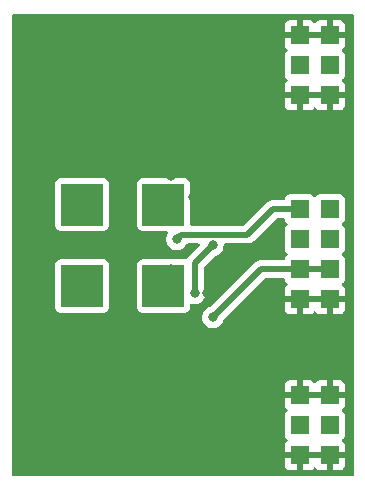
<source format=gbr>
%TF.GenerationSoftware,KiCad,Pcbnew,7.0.5.1-1-g8f565ef7f0-dirty-deb11*%
%TF.CreationDate,2023-07-20T11:52:23+00:00*%
%TF.ProjectId,SIPM02,5349504d-3032-42e6-9b69-6361645f7063,rev?*%
%TF.SameCoordinates,Original*%
%TF.FileFunction,Copper,L1,Top*%
%TF.FilePolarity,Positive*%
%FSLAX46Y46*%
G04 Gerber Fmt 4.6, Leading zero omitted, Abs format (unit mm)*
G04 Created by KiCad (PCBNEW 7.0.5.1-1-g8f565ef7f0-dirty-deb11) date 2023-07-20 11:52:23*
%MOMM*%
%LPD*%
G01*
G04 APERTURE LIST*
G04 Aperture macros list*
%AMOutline4P*
0 Free polygon, 4 corners , with rotation*
0 The origin of the aperture is its center*
0 number of corners: always 4*
0 $1 to $8 corner X, Y*
0 $9 Rotation angle, in degrees counterclockwise*
0 create outline with 4 corners*
4,1,4,$1,$2,$3,$4,$5,$6,$7,$8,$1,$2,$9*%
G04 Aperture macros list end*
%TA.AperFunction,ComponentPad*%
%ADD10C,6.000000*%
%TD*%
%TA.AperFunction,ComponentPad*%
%ADD11R,1.524000X1.524000*%
%TD*%
%TA.AperFunction,SMDPad,CuDef*%
%ADD12Outline4P,-1.750000X-1.750000X1.750000X-1.750000X1.750000X1.750000X-1.750000X1.750000X0.000000*%
%TD*%
%TA.AperFunction,SMDPad,CuDef*%
%ADD13Outline4P,-1.750000X-1.750000X1.750000X-1.750000X1.750000X1.750000X-1.750000X1.750000X90.000000*%
%TD*%
%TA.AperFunction,SMDPad,CuDef*%
%ADD14Outline4P,-1.750000X-1.750000X1.750000X-1.750000X1.750000X1.750000X-1.750000X1.750000X180.000000*%
%TD*%
%TA.AperFunction,SMDPad,CuDef*%
%ADD15Outline4P,-1.750000X-1.750000X1.750000X-1.750000X1.750000X1.750000X-1.750000X1.750000X270.000000*%
%TD*%
%TA.AperFunction,ViaPad*%
%ADD16C,0.800000*%
%TD*%
%TA.AperFunction,Conductor*%
%ADD17C,0.500000*%
%TD*%
%TA.AperFunction,Conductor*%
%ADD18C,0.400000*%
%TD*%
G04 APERTURE END LIST*
D10*
%TO.P,M2,1*%
%TO.N,GND*%
X5207000Y5080000D03*
%TD*%
%TO.P,M3,1*%
%TO.N,GND*%
X5207000Y35560000D03*
%TD*%
D11*
%TO.P,J10,1*%
%TO.N,/#PD*%
X25273000Y20828000D03*
%TO.P,J10,2*%
X27813000Y20828000D03*
%TD*%
%TO.P,J8,1*%
%TO.N,/OUT*%
X25273000Y18288000D03*
%TO.P,J8,2*%
X27813000Y18288000D03*
%TD*%
%TO.P,J4,1*%
%TO.N,GND*%
X25273000Y2540000D03*
%TO.P,J4,2*%
X27813000Y2540000D03*
%TD*%
%TO.P,J9,1*%
%TO.N,GND*%
X25273000Y15748000D03*
%TO.P,J9,2*%
X27813000Y15748000D03*
%TD*%
D12*
%TO.P,U1,1,A*%
%TO.N,Net-(C10-Pad2)*%
X6837000Y16870000D03*
D13*
%TO.P,U1,2,FO*%
%TO.N,Net-(R6-Pad1)*%
X13737000Y16870000D03*
D14*
%TO.P,U1,3,K*%
%TO.N,Net-(C6-Pad1)*%
X13737000Y23770000D03*
D15*
%TO.P,U1,4,NC*%
%TO.N,unconnected-(U1-Pad4)*%
X6837000Y23770000D03*
%TD*%
D11*
%TO.P,J1,1*%
%TO.N,GND*%
X25273000Y33020000D03*
%TO.P,J1,2*%
X27813000Y33020000D03*
%TD*%
%TO.P,J2,1*%
%TO.N,+28V*%
X25273000Y35560000D03*
%TO.P,J2,2*%
X27813000Y35560000D03*
%TD*%
%TO.P,J3,1*%
%TO.N,GND*%
X25273000Y38100000D03*
%TO.P,J3,2*%
X27813000Y38100000D03*
%TD*%
%TO.P,J5,1*%
%TO.N,/+3V6*%
X27813000Y5080000D03*
%TO.P,J5,2*%
X25273000Y5080000D03*
%TD*%
%TO.P,J6,1*%
%TO.N,GND*%
X27813000Y7620000D03*
%TO.P,J6,2*%
X25273000Y7620000D03*
%TD*%
%TO.P,J7,1*%
%TO.N,/DIRECT_OUT*%
X25273000Y23368000D03*
%TO.P,J7,2*%
X27813000Y23368000D03*
%TD*%
D10*
%TO.P,M1,1*%
%TO.N,GND*%
X15367000Y5080000D03*
%TD*%
%TO.P,M4,1*%
%TO.N,GND*%
X15367000Y35560000D03*
%TD*%
D16*
%TO.N,GND*%
X6096000Y26670000D03*
X7239000Y28448000D03*
X12827000Y11684000D03*
X16256000Y24384000D03*
X9271000Y33020000D03*
X10287000Y10160000D03*
X12065000Y27940000D03*
X10795000Y33020000D03*
X8763000Y13208000D03*
X20955000Y38100000D03*
X28067000Y25908000D03*
X22987000Y16256000D03*
X18415000Y23368000D03*
X7239000Y30988000D03*
X14351000Y26162000D03*
X10287000Y13208000D03*
X26035000Y13208000D03*
X11430000Y28956000D03*
X27559000Y13208000D03*
X16383000Y23368000D03*
X17399000Y16284502D03*
X26035000Y25908000D03*
X22987000Y13208000D03*
X7239000Y29464000D03*
X22987000Y14732000D03*
X20447000Y19812000D03*
X28067000Y27432000D03*
X24511000Y13208000D03*
X16383000Y22352000D03*
X7239000Y10160000D03*
X5715000Y10160000D03*
X6096000Y27813000D03*
X8763000Y10160000D03*
X22987000Y38100000D03*
X12446000Y28956000D03*
X26035000Y27432000D03*
X11811000Y10160000D03*
X13335000Y10160000D03*
X7239000Y27432000D03*
X28067000Y29464000D03*
X28067000Y30988000D03*
X26035000Y30988000D03*
X19431000Y36068000D03*
X7239000Y26543000D03*
X19431000Y34544000D03*
X19431000Y32512000D03*
X26035000Y29464000D03*
X19939000Y23368000D03*
X19431000Y38100000D03*
%TO.N,Net-(C6-Pad1)*%
X12827000Y24892000D03*
%TO.N,/DIRECT_OUT*%
X14859000Y20828000D03*
%TO.N,Net-(C10-Pad2)*%
X7747000Y15748000D03*
%TO.N,/OUT*%
X17907000Y14224000D03*
%TO.N,Net-(R6-Pad1)*%
X14351000Y18288000D03*
%TO.N,Net-(R10-Pad1)*%
X17907000Y20320000D03*
X16383000Y16256000D03*
%TD*%
D17*
%TO.N,GND*%
X7239000Y27432000D02*
X7239000Y26543000D01*
X19939000Y23368000D02*
X18415000Y23368000D01*
X10287000Y10160000D02*
X8763000Y10160000D01*
X19431000Y36068000D02*
X19431000Y38100000D01*
X7239000Y29464000D02*
X7239000Y30988000D01*
X19431000Y32512000D02*
X19431000Y34544000D01*
X7239000Y10160000D02*
X5715000Y10160000D01*
X22987000Y13208000D02*
X22987000Y14732000D01*
X13335000Y10160000D02*
X11811000Y10160000D01*
X27559000Y13208000D02*
X26035000Y13208000D01*
D18*
%TO.N,Net-(C6-Pad1)*%
X13137000Y24582000D02*
X12827000Y24892000D01*
X13137000Y23320000D02*
X13137000Y24582000D01*
D17*
%TO.N,/DIRECT_OUT*%
X22987000Y23368000D02*
X25273000Y23368000D01*
X14859000Y20828000D02*
X15258999Y21227999D01*
X20846999Y21227999D02*
X22987000Y23368000D01*
X15258999Y21227999D02*
X20846999Y21227999D01*
%TO.N,Net-(C10-Pad2)*%
X7437000Y16058000D02*
X7747000Y15748000D01*
X7437000Y17320000D02*
X7437000Y16058000D01*
%TO.N,/OUT*%
X17907000Y14224000D02*
X21971000Y18288000D01*
X25273000Y18288000D02*
X27813000Y18288000D01*
X21971000Y18288000D02*
X25273000Y18288000D01*
%TO.N,Net-(R6-Pad1)*%
X13533000Y17470000D02*
X14351000Y18288000D01*
X13287000Y17470000D02*
X13533000Y17470000D01*
%TO.N,Net-(R10-Pad1)*%
X16383000Y16256000D02*
X16383000Y18796000D01*
X16383000Y18796000D02*
X17907000Y20320000D01*
%TD*%
%TA.AperFunction,Conductor*%
%TO.N,GND*%
G36*
X27394553Y2704228D02*
G01*
X27364736Y2573593D01*
X27374749Y2439972D01*
X27423703Y2315240D01*
X27447021Y2286000D01*
X25639618Y2286000D01*
X25691447Y2375772D01*
X25721264Y2506407D01*
X25711251Y2640028D01*
X25662297Y2764760D01*
X25638979Y2794000D01*
X27446382Y2794000D01*
X27394553Y2704228D01*
G37*
%TD.AperFunction*%
%TA.AperFunction,Conductor*%
G36*
X27394553Y7784228D02*
G01*
X27364736Y7653593D01*
X27374749Y7519972D01*
X27423703Y7395240D01*
X27447021Y7366000D01*
X25639618Y7366000D01*
X25691447Y7455772D01*
X25721264Y7586407D01*
X25711251Y7720028D01*
X25662297Y7844760D01*
X25638979Y7874000D01*
X27446382Y7874000D01*
X27394553Y7784228D01*
G37*
%TD.AperFunction*%
%TA.AperFunction,Conductor*%
G36*
X27394553Y15912228D02*
G01*
X27364736Y15781593D01*
X27374749Y15647972D01*
X27423703Y15523240D01*
X27447021Y15494000D01*
X25639618Y15494000D01*
X25691447Y15583772D01*
X25721264Y15714407D01*
X25711251Y15848028D01*
X25662297Y15972760D01*
X25638979Y16002000D01*
X27446382Y16002000D01*
X27394553Y15912228D01*
G37*
%TD.AperFunction*%
%TA.AperFunction,Conductor*%
G36*
X27394553Y33184228D02*
G01*
X27364736Y33053593D01*
X27374749Y32919972D01*
X27423703Y32795240D01*
X27447021Y32766000D01*
X25639618Y32766000D01*
X25691447Y32855772D01*
X25721264Y32986407D01*
X25711251Y33120028D01*
X25662297Y33244760D01*
X25638979Y33274000D01*
X27446382Y33274000D01*
X27394553Y33184228D01*
G37*
%TD.AperFunction*%
%TA.AperFunction,Conductor*%
G36*
X27394553Y38264228D02*
G01*
X27364736Y38133593D01*
X27374749Y37999972D01*
X27423703Y37875240D01*
X27447021Y37846000D01*
X25639618Y37846000D01*
X25691447Y37935772D01*
X25721264Y38066407D01*
X25711251Y38200028D01*
X25662297Y38324760D01*
X25638979Y38354000D01*
X27446382Y38354000D01*
X27394553Y38264228D01*
G37*
%TD.AperFunction*%
%TA.AperFunction,Conductor*%
G36*
X29794621Y39865498D02*
G01*
X29841114Y39811842D01*
X29852500Y39759500D01*
X29852500Y880500D01*
X29832498Y812379D01*
X29778842Y765886D01*
X29726500Y754500D01*
X1007500Y754500D01*
X939379Y774502D01*
X892886Y828158D01*
X881500Y880500D01*
X881500Y4269350D01*
X24002500Y4269350D01*
X24009009Y4208803D01*
X24009011Y4208795D01*
X24060110Y4071797D01*
X24060112Y4071792D01*
X24147738Y3954739D01*
X24206761Y3910554D01*
X24249306Y3853717D01*
X24254370Y3782902D01*
X24220344Y3720590D01*
X24206759Y3708819D01*
X24148095Y3664904D01*
X24060555Y3547965D01*
X24060555Y3547964D01*
X24009505Y3411093D01*
X24003000Y3350597D01*
X24003000Y2794000D01*
X24906382Y2794000D01*
X24854553Y2704228D01*
X24824736Y2573593D01*
X24834749Y2439972D01*
X24883703Y2315240D01*
X24907021Y2286000D01*
X24003000Y2286000D01*
X24003000Y1729402D01*
X24009505Y1668906D01*
X24060555Y1532035D01*
X24060555Y1532034D01*
X24148095Y1415095D01*
X24265034Y1327555D01*
X24401906Y1276505D01*
X24462402Y1270000D01*
X25019000Y1270000D01*
X25019000Y2175194D01*
X25077960Y2134996D01*
X25206002Y2095500D01*
X25306312Y2095500D01*
X25405499Y2110450D01*
X25526224Y2168588D01*
X25527000Y2169308D01*
X25527000Y1270000D01*
X26083597Y1270000D01*
X26144093Y1276505D01*
X26280964Y1327555D01*
X26280965Y1327555D01*
X26397902Y1415094D01*
X26442132Y1474177D01*
X26498969Y1516723D01*
X26569784Y1521787D01*
X26632096Y1487762D01*
X26643868Y1474177D01*
X26688097Y1415094D01*
X26805034Y1327555D01*
X26941906Y1276505D01*
X27002402Y1270000D01*
X27559000Y1270000D01*
X27559000Y2175194D01*
X27617960Y2134996D01*
X27746002Y2095500D01*
X27846312Y2095500D01*
X27945499Y2110450D01*
X28066224Y2168588D01*
X28067000Y2169308D01*
X28067000Y1270000D01*
X28623597Y1270000D01*
X28684093Y1276505D01*
X28820964Y1327555D01*
X28820965Y1327555D01*
X28937904Y1415095D01*
X29025444Y1532034D01*
X29025444Y1532035D01*
X29076494Y1668906D01*
X29082999Y1729402D01*
X29083000Y1729414D01*
X29083000Y2286000D01*
X28179618Y2286000D01*
X28231447Y2375772D01*
X28261264Y2506407D01*
X28251251Y2640028D01*
X28202297Y2764760D01*
X28178979Y2794000D01*
X29083000Y2794000D01*
X29083000Y3350585D01*
X29082999Y3350597D01*
X29076494Y3411093D01*
X29025444Y3547964D01*
X29025444Y3547965D01*
X28937904Y3664903D01*
X28879241Y3708818D01*
X28836694Y3765654D01*
X28831628Y3836469D01*
X28865653Y3898782D01*
X28879239Y3910554D01*
X28938260Y3954738D01*
X28938262Y3954740D01*
X28982132Y4013343D01*
X29025887Y4071792D01*
X29025889Y4071797D01*
X29076988Y4208795D01*
X29076990Y4208803D01*
X29083499Y4269350D01*
X29083500Y4269367D01*
X29083500Y5890632D01*
X29083499Y5890649D01*
X29076990Y5951196D01*
X29076988Y5951204D01*
X29069960Y5970045D01*
X29025889Y6088204D01*
X28938261Y6205261D01*
X28879240Y6249444D01*
X28836693Y6306280D01*
X28831629Y6377095D01*
X28865654Y6439408D01*
X28879240Y6451180D01*
X28937904Y6495095D01*
X29025444Y6612034D01*
X29025444Y6612035D01*
X29076494Y6748906D01*
X29082999Y6809402D01*
X29083000Y6809414D01*
X29083000Y7366000D01*
X28179618Y7366000D01*
X28231447Y7455772D01*
X28261264Y7586407D01*
X28251251Y7720028D01*
X28202297Y7844760D01*
X28178979Y7874000D01*
X29083000Y7874000D01*
X29083000Y8430585D01*
X29082999Y8430597D01*
X29076494Y8491093D01*
X29025444Y8627964D01*
X29025444Y8627965D01*
X28937904Y8744904D01*
X28820965Y8832444D01*
X28684093Y8883494D01*
X28623597Y8889999D01*
X28623585Y8890000D01*
X28067000Y8890000D01*
X28067000Y7984805D01*
X28008040Y8025004D01*
X27879998Y8064500D01*
X27779688Y8064500D01*
X27680501Y8049550D01*
X27559776Y7991412D01*
X27559000Y7990691D01*
X27559000Y8890000D01*
X27002415Y8890000D01*
X27002402Y8889999D01*
X26941906Y8883494D01*
X26805035Y8832444D01*
X26805034Y8832444D01*
X26688095Y8744904D01*
X26643868Y8685823D01*
X26587032Y8643276D01*
X26516217Y8638212D01*
X26453904Y8672237D01*
X26442132Y8685823D01*
X26397904Y8744904D01*
X26280965Y8832444D01*
X26144093Y8883494D01*
X26083597Y8889999D01*
X26083585Y8890000D01*
X25527000Y8890000D01*
X25527000Y7984805D01*
X25468040Y8025004D01*
X25339998Y8064500D01*
X25239688Y8064500D01*
X25140501Y8049550D01*
X25019776Y7991412D01*
X25019000Y7990691D01*
X25019000Y8890000D01*
X24462415Y8890000D01*
X24462402Y8889999D01*
X24401906Y8883494D01*
X24265035Y8832444D01*
X24265034Y8832444D01*
X24148095Y8744904D01*
X24060555Y8627965D01*
X24060555Y8627964D01*
X24009505Y8491093D01*
X24003000Y8430597D01*
X24003000Y7874000D01*
X24906382Y7874000D01*
X24854553Y7784228D01*
X24824736Y7653593D01*
X24834749Y7519972D01*
X24883703Y7395240D01*
X24907021Y7366000D01*
X24003000Y7366000D01*
X24003000Y6809402D01*
X24009505Y6748906D01*
X24060555Y6612035D01*
X24060555Y6612034D01*
X24148096Y6495095D01*
X24206760Y6451179D01*
X24249306Y6394343D01*
X24254370Y6323527D01*
X24220345Y6261216D01*
X24206760Y6249444D01*
X24147739Y6205261D01*
X24147738Y6205259D01*
X24147737Y6205259D01*
X24060112Y6088207D01*
X24060110Y6088202D01*
X24009011Y5951204D01*
X24009009Y5951196D01*
X24002500Y5890649D01*
X24002500Y4269350D01*
X881500Y4269350D01*
X881500Y15071350D01*
X4578500Y15071350D01*
X4585009Y15010803D01*
X4585011Y15010795D01*
X4636110Y14873797D01*
X4636112Y14873792D01*
X4723738Y14756738D01*
X4840792Y14669112D01*
X4840797Y14669110D01*
X4977795Y14618011D01*
X4977803Y14618009D01*
X5038350Y14611500D01*
X5038362Y14611500D01*
X8635649Y14611500D01*
X8696196Y14618009D01*
X8696204Y14618011D01*
X8833202Y14669110D01*
X8833207Y14669112D01*
X8950261Y14756738D01*
X9037887Y14873792D01*
X9037889Y14873797D01*
X9048732Y14902866D01*
X9088989Y15010799D01*
X9088990Y15010803D01*
X9095499Y15071350D01*
X11478500Y15071350D01*
X11485009Y15010803D01*
X11485011Y15010795D01*
X11536110Y14873797D01*
X11536112Y14873792D01*
X11623738Y14756738D01*
X11740792Y14669112D01*
X11740797Y14669110D01*
X11877795Y14618011D01*
X11877803Y14618009D01*
X11938350Y14611500D01*
X11938362Y14611500D01*
X15535649Y14611500D01*
X15596196Y14618009D01*
X15596204Y14618011D01*
X15733202Y14669110D01*
X15733207Y14669112D01*
X15850261Y14756738D01*
X15937887Y14873792D01*
X15937889Y14873797D01*
X15948732Y14902866D01*
X15988989Y15010799D01*
X15988990Y15010803D01*
X15995499Y15071350D01*
X15995499Y15071352D01*
X15995500Y15071362D01*
X15995499Y15253974D01*
X16015501Y15322092D01*
X16069156Y15368585D01*
X16139430Y15378690D01*
X16147696Y15377219D01*
X16287513Y15347500D01*
X16478487Y15347500D01*
X16665288Y15387206D01*
X16839752Y15464882D01*
X16994255Y15577135D01*
X17122034Y15719048D01*
X17122041Y15719058D01*
X17196502Y15848028D01*
X17217527Y15884444D01*
X17276542Y16066072D01*
X17296504Y16256000D01*
X17276542Y16445928D01*
X17217527Y16627556D01*
X17158380Y16730000D01*
X17141500Y16792999D01*
X17141500Y18429629D01*
X17161502Y18497750D01*
X17178405Y18518724D01*
X18063331Y19403650D01*
X18125643Y19437676D01*
X18126227Y19437801D01*
X18189288Y19451206D01*
X18363752Y19528882D01*
X18518255Y19641135D01*
X18646034Y19783048D01*
X18646041Y19783058D01*
X18658068Y19803889D01*
X18741527Y19948444D01*
X18800542Y20130072D01*
X18820504Y20320000D01*
X18819418Y20330329D01*
X18832190Y20400166D01*
X18880691Y20452013D01*
X18944728Y20469499D01*
X20782558Y20469499D01*
X20800818Y20468169D01*
X20824787Y20464658D01*
X20824788Y20464658D01*
X20831225Y20465221D01*
X20877384Y20469259D01*
X20882877Y20469499D01*
X20891184Y20469499D01*
X20923198Y20473241D01*
X20925014Y20473426D01*
X20936427Y20474425D01*
X21001418Y20480111D01*
X21001421Y20480111D01*
X21001425Y20480112D01*
X21001428Y20480113D01*
X21008605Y20481595D01*
X21008618Y20481530D01*
X21015988Y20483164D01*
X21015974Y20483228D01*
X21023114Y20484920D01*
X21058907Y20497948D01*
X21095246Y20511174D01*
X21096933Y20511760D01*
X21169735Y20535884D01*
X21176387Y20538986D01*
X21176415Y20538925D01*
X21183201Y20542210D01*
X21183172Y20542269D01*
X21189729Y20545562D01*
X21253849Y20587735D01*
X21255395Y20588720D01*
X21320650Y20628969D01*
X21320652Y20628971D01*
X21326407Y20633521D01*
X21326449Y20633467D01*
X21332291Y20638227D01*
X21332249Y20638278D01*
X21337871Y20642996D01*
X21390539Y20698821D01*
X21391816Y20700135D01*
X23264276Y22572595D01*
X23326588Y22606621D01*
X23353371Y22609500D01*
X23883714Y22609500D01*
X23951835Y22589498D01*
X23998328Y22535842D01*
X24006949Y22504415D01*
X24007197Y22504474D01*
X24008835Y22497542D01*
X24008992Y22496971D01*
X24009010Y22496802D01*
X24009011Y22496795D01*
X24060110Y22359797D01*
X24060112Y22359792D01*
X24147739Y22242738D01*
X24206343Y22198867D01*
X24248889Y22142031D01*
X24253953Y22071216D01*
X24219928Y22008904D01*
X24206343Y21997133D01*
X24147739Y21953261D01*
X24060112Y21836207D01*
X24060110Y21836202D01*
X24009011Y21699204D01*
X24009009Y21699196D01*
X24002500Y21638649D01*
X24002500Y20017350D01*
X24009009Y19956803D01*
X24009011Y19956795D01*
X24060110Y19819797D01*
X24060112Y19819792D01*
X24147739Y19702738D01*
X24206343Y19658867D01*
X24248889Y19602031D01*
X24253953Y19531216D01*
X24219928Y19468904D01*
X24206343Y19457133D01*
X24147739Y19413261D01*
X24060112Y19296207D01*
X24060110Y19296202D01*
X24009011Y19159204D01*
X24009010Y19159197D01*
X24008992Y19159029D01*
X24008941Y19158906D01*
X24007197Y19151526D01*
X24006001Y19151808D01*
X23981821Y19093437D01*
X23923502Y19052947D01*
X23883714Y19046500D01*
X22035441Y19046500D01*
X22017182Y19047830D01*
X22011595Y19048648D01*
X21993211Y19051341D01*
X21959853Y19048422D01*
X21940615Y19046740D01*
X21935122Y19046500D01*
X21926813Y19046500D01*
X21903765Y19043804D01*
X21894800Y19042756D01*
X21893033Y19042575D01*
X21816574Y19035887D01*
X21816571Y19035886D01*
X21809388Y19034403D01*
X21809374Y19034469D01*
X21802012Y19032837D01*
X21802028Y19032772D01*
X21794893Y19031080D01*
X21794891Y19031079D01*
X21794887Y19031079D01*
X21722805Y19004843D01*
X21721073Y19004241D01*
X21704205Y18998651D01*
X21648262Y18980114D01*
X21648255Y18980109D01*
X21641611Y18977012D01*
X21641581Y18977074D01*
X21634795Y18973788D01*
X21634826Y18973728D01*
X21628271Y18970436D01*
X21628268Y18970435D01*
X21564155Y18928266D01*
X21562626Y18927293D01*
X21497351Y18887032D01*
X21491592Y18882478D01*
X21491549Y18882531D01*
X21485700Y18877766D01*
X21485744Y18877715D01*
X21480122Y18872998D01*
X21427441Y18817159D01*
X21426197Y18815878D01*
X19583973Y16973654D01*
X17750668Y15140349D01*
X17688356Y15106323D01*
X17687860Y15106216D01*
X17624712Y15092794D01*
X17450248Y15015118D01*
X17444298Y15010795D01*
X17295744Y14902864D01*
X17167965Y14760951D01*
X17167958Y14760941D01*
X17100841Y14644691D01*
X17072473Y14595556D01*
X17043526Y14506470D01*
X17013457Y14413927D01*
X16993496Y14224000D01*
X17013457Y14034072D01*
X17072473Y13852445D01*
X17072476Y13852438D01*
X17167958Y13687058D01*
X17167965Y13687048D01*
X17295744Y13545135D01*
X17450247Y13432882D01*
X17624711Y13355206D01*
X17811513Y13315500D01*
X18002487Y13315500D01*
X18189288Y13355206D01*
X18363752Y13432882D01*
X18518255Y13545135D01*
X18646034Y13687048D01*
X18646041Y13687058D01*
X18741527Y13852444D01*
X18796387Y14021285D01*
X18827125Y14071444D01*
X22248276Y17492595D01*
X22310588Y17526621D01*
X22337371Y17529500D01*
X23883714Y17529500D01*
X23951835Y17509498D01*
X23998328Y17455842D01*
X24006949Y17424415D01*
X24007197Y17424474D01*
X24008835Y17417542D01*
X24008992Y17416971D01*
X24009010Y17416802D01*
X24009011Y17416795D01*
X24060110Y17279797D01*
X24060112Y17279792D01*
X24147738Y17162739D01*
X24206761Y17118554D01*
X24249306Y17061717D01*
X24254370Y16990902D01*
X24220344Y16928590D01*
X24206759Y16916819D01*
X24148095Y16872904D01*
X24060555Y16755965D01*
X24060555Y16755964D01*
X24009505Y16619093D01*
X24003000Y16558597D01*
X24003000Y16002000D01*
X24906382Y16002000D01*
X24854553Y15912228D01*
X24824736Y15781593D01*
X24834749Y15647972D01*
X24883703Y15523240D01*
X24907021Y15494000D01*
X24003000Y15494000D01*
X24003000Y14937402D01*
X24009505Y14876906D01*
X24060555Y14740035D01*
X24060555Y14740034D01*
X24148095Y14623095D01*
X24265034Y14535555D01*
X24401906Y14484505D01*
X24462402Y14478000D01*
X25019000Y14478000D01*
X25019000Y15383194D01*
X25077960Y15342996D01*
X25206002Y15303500D01*
X25306312Y15303500D01*
X25405499Y15318450D01*
X25526224Y15376588D01*
X25527000Y15377308D01*
X25527000Y14478000D01*
X26083597Y14478000D01*
X26144093Y14484505D01*
X26280964Y14535555D01*
X26280965Y14535555D01*
X26397902Y14623094D01*
X26442132Y14682177D01*
X26498969Y14724723D01*
X26569784Y14729787D01*
X26632096Y14695762D01*
X26643868Y14682177D01*
X26688097Y14623094D01*
X26805034Y14535555D01*
X26941906Y14484505D01*
X27002402Y14478000D01*
X27559000Y14478000D01*
X27559000Y15383194D01*
X27617960Y15342996D01*
X27746002Y15303500D01*
X27846312Y15303500D01*
X27945499Y15318450D01*
X28066224Y15376588D01*
X28067000Y15377308D01*
X28067000Y14478000D01*
X28623597Y14478000D01*
X28684093Y14484505D01*
X28820964Y14535555D01*
X28820965Y14535555D01*
X28937904Y14623095D01*
X29025444Y14740034D01*
X29025444Y14740035D01*
X29076494Y14876906D01*
X29082999Y14937402D01*
X29083000Y14937414D01*
X29083000Y15494000D01*
X28179618Y15494000D01*
X28231447Y15583772D01*
X28261264Y15714407D01*
X28251251Y15848028D01*
X28202297Y15972760D01*
X28178979Y16002000D01*
X29083000Y16002000D01*
X29083000Y16558585D01*
X29082999Y16558597D01*
X29076494Y16619093D01*
X29025444Y16755964D01*
X29025444Y16755965D01*
X28937904Y16872903D01*
X28879241Y16916818D01*
X28836694Y16973654D01*
X28831628Y17044469D01*
X28865653Y17106782D01*
X28879239Y17118554D01*
X28938260Y17162738D01*
X28938262Y17162740D01*
X28982132Y17221343D01*
X29025887Y17279792D01*
X29025889Y17279797D01*
X29076988Y17416795D01*
X29076990Y17416803D01*
X29083499Y17477350D01*
X29083500Y17477367D01*
X29083500Y19098632D01*
X29083499Y19098649D01*
X29076990Y19159196D01*
X29076988Y19159204D01*
X29065087Y19191110D01*
X29025889Y19296204D01*
X28938261Y19413261D01*
X28879657Y19457132D01*
X28837110Y19513968D01*
X28832046Y19584784D01*
X28866071Y19647096D01*
X28879657Y19658868D01*
X28938261Y19702738D01*
X29025887Y19819792D01*
X29025889Y19819797D01*
X29076988Y19956795D01*
X29076990Y19956803D01*
X29083499Y20017350D01*
X29083500Y20017367D01*
X29083500Y21638632D01*
X29083499Y21638649D01*
X29076990Y21699196D01*
X29076988Y21699204D01*
X29069960Y21718045D01*
X29025889Y21836204D01*
X28938261Y21953261D01*
X28914081Y21971362D01*
X28879657Y21997132D01*
X28837110Y22053968D01*
X28832046Y22124784D01*
X28866071Y22187096D01*
X28879657Y22198868D01*
X28938261Y22242738D01*
X29025887Y22359792D01*
X29025889Y22359797D01*
X29076988Y22496795D01*
X29076990Y22496803D01*
X29083499Y22557350D01*
X29083500Y22557367D01*
X29083500Y24178632D01*
X29083499Y24178649D01*
X29076990Y24239196D01*
X29076988Y24239204D01*
X29069960Y24258045D01*
X29025889Y24376204D01*
X28938261Y24493261D01*
X28821204Y24580889D01*
X28684201Y24631989D01*
X28684199Y24631989D01*
X28684196Y24631990D01*
X28623649Y24638499D01*
X28623645Y24638499D01*
X28623638Y24638500D01*
X27002362Y24638500D01*
X27002355Y24638499D01*
X27002350Y24638499D01*
X26941803Y24631990D01*
X26941795Y24631988D01*
X26863875Y24602924D01*
X26804796Y24580889D01*
X26804794Y24580888D01*
X26804792Y24580887D01*
X26687738Y24493261D01*
X26643868Y24434657D01*
X26587032Y24392110D01*
X26516216Y24387046D01*
X26453904Y24421071D01*
X26442132Y24434657D01*
X26398261Y24493261D01*
X26281207Y24580887D01*
X26281206Y24580887D01*
X26281204Y24580889D01*
X26144201Y24631989D01*
X26144199Y24631989D01*
X26144196Y24631990D01*
X26083649Y24638499D01*
X26083645Y24638499D01*
X26083638Y24638500D01*
X24462362Y24638500D01*
X24462355Y24638499D01*
X24462350Y24638499D01*
X24401803Y24631990D01*
X24401795Y24631988D01*
X24323875Y24602924D01*
X24264796Y24580889D01*
X24264794Y24580888D01*
X24264792Y24580887D01*
X24147738Y24493261D01*
X24060112Y24376207D01*
X24060110Y24376202D01*
X24009011Y24239204D01*
X24009010Y24239197D01*
X24008992Y24239029D01*
X24008941Y24238906D01*
X24007197Y24231526D01*
X24006001Y24231808D01*
X23981821Y24173437D01*
X23923502Y24132947D01*
X23883714Y24126500D01*
X23051441Y24126500D01*
X23033181Y24127830D01*
X23028872Y24128460D01*
X23009211Y24131341D01*
X22976887Y24128513D01*
X22956615Y24126740D01*
X22951122Y24126500D01*
X22942820Y24126500D01*
X22920769Y24123922D01*
X22910818Y24122759D01*
X22909014Y24122574D01*
X22832573Y24115887D01*
X22832570Y24115886D01*
X22832569Y24115886D01*
X22825387Y24114403D01*
X22825373Y24114469D01*
X22818019Y24112839D01*
X22818035Y24112773D01*
X22810890Y24111079D01*
X22810887Y24111079D01*
X22738795Y24084839D01*
X22737104Y24084252D01*
X22699519Y24071797D01*
X22664261Y24060114D01*
X22664255Y24060110D01*
X22657615Y24057014D01*
X22657586Y24057076D01*
X22650800Y24053791D01*
X22650831Y24053731D01*
X22644268Y24050435D01*
X22580143Y24008259D01*
X22578636Y24007299D01*
X22513348Y23967029D01*
X22513347Y23967028D01*
X22507590Y23962476D01*
X22507547Y23962529D01*
X22501700Y23957766D01*
X22501744Y23957715D01*
X22496122Y23952998D01*
X22443441Y23897159D01*
X22442197Y23895878D01*
X21155819Y22609500D01*
X20569723Y22023404D01*
X20507411Y21989378D01*
X20480628Y21986499D01*
X16121500Y21986499D01*
X16053379Y22006501D01*
X16006886Y22060157D01*
X15995500Y22112499D01*
X15995500Y25568632D01*
X15995499Y25568649D01*
X15988990Y25629196D01*
X15988988Y25629204D01*
X15981960Y25648045D01*
X15937889Y25766204D01*
X15850261Y25883261D01*
X15733204Y25970889D01*
X15596201Y26021989D01*
X15596199Y26021989D01*
X15596196Y26021990D01*
X15535649Y26028499D01*
X15535645Y26028499D01*
X15535638Y26028500D01*
X11938362Y26028500D01*
X11938355Y26028499D01*
X11938350Y26028499D01*
X11877803Y26021990D01*
X11877795Y26021988D01*
X11799875Y25992924D01*
X11740796Y25970889D01*
X11740794Y25970888D01*
X11740792Y25970887D01*
X11623738Y25883261D01*
X11536112Y25766207D01*
X11536110Y25766202D01*
X11485011Y25629204D01*
X11485009Y25629196D01*
X11478500Y25568649D01*
X11478500Y21971350D01*
X11485009Y21910803D01*
X11485011Y21910795D01*
X11536110Y21773797D01*
X11536112Y21773792D01*
X11623738Y21656738D01*
X11740792Y21569112D01*
X11740797Y21569110D01*
X11877795Y21518011D01*
X11877803Y21518009D01*
X11938350Y21511500D01*
X11938362Y21511500D01*
X13986336Y21511500D01*
X14054457Y21491498D01*
X14100950Y21437842D01*
X14111054Y21367568D01*
X14095455Y21322500D01*
X14024473Y21199556D01*
X13995526Y21110470D01*
X13965457Y21017927D01*
X13945496Y20827999D01*
X13965457Y20638072D01*
X13996757Y20541744D01*
X14020663Y20468169D01*
X14024473Y20456445D01*
X14024476Y20456438D01*
X14119958Y20291058D01*
X14119965Y20291048D01*
X14247744Y20149135D01*
X14402247Y20036882D01*
X14576711Y19959206D01*
X14763513Y19919500D01*
X14954487Y19919500D01*
X15141288Y19959206D01*
X15315752Y20036882D01*
X15470255Y20149135D01*
X15598034Y20291048D01*
X15598036Y20291051D01*
X15598040Y20291056D01*
X15664692Y20406500D01*
X15716075Y20455493D01*
X15773811Y20469499D01*
X16679628Y20469499D01*
X16747749Y20449497D01*
X16794242Y20395841D01*
X16804346Y20325567D01*
X16774852Y20260987D01*
X16768723Y20254404D01*
X15892227Y19377908D01*
X15878376Y19365937D01*
X15858942Y19351469D01*
X15858940Y19351467D01*
X15825003Y19311024D01*
X15821289Y19306970D01*
X15815420Y19301101D01*
X15807871Y19291555D01*
X15795421Y19275810D01*
X15794266Y19274392D01*
X15744964Y19215635D01*
X15740933Y19209506D01*
X15740878Y19209541D01*
X15736829Y19203187D01*
X15736886Y19203153D01*
X15733034Y19196908D01*
X15733033Y19196906D01*
X15732844Y19196500D01*
X15731313Y19193217D01*
X15729458Y19191110D01*
X15729181Y19190661D01*
X15729104Y19190708D01*
X15684396Y19139931D01*
X15616119Y19120470D01*
X15603649Y19121188D01*
X15596201Y19121988D01*
X15596201Y19121989D01*
X15535638Y19128500D01*
X15535632Y19128500D01*
X14723620Y19128500D01*
X14672372Y19139392D01*
X14633288Y19156794D01*
X14446487Y19196500D01*
X14255513Y19196500D01*
X14068712Y19156794D01*
X14029627Y19139392D01*
X13978380Y19128500D01*
X11938362Y19128500D01*
X11938355Y19128499D01*
X11938350Y19128499D01*
X11877803Y19121990D01*
X11877795Y19121988D01*
X11815193Y19098638D01*
X11740796Y19070889D01*
X11740794Y19070888D01*
X11740792Y19070887D01*
X11623738Y18983261D01*
X11536112Y18866207D01*
X11536110Y18866202D01*
X11485011Y18729204D01*
X11485009Y18729196D01*
X11478500Y18668649D01*
X11478500Y15071350D01*
X9095499Y15071350D01*
X9095500Y15071367D01*
X9095500Y18668632D01*
X9095499Y18668649D01*
X9088990Y18729196D01*
X9088988Y18729204D01*
X9081960Y18748045D01*
X9037889Y18866204D01*
X9025706Y18882478D01*
X8950261Y18983261D01*
X8833207Y19070887D01*
X8833206Y19070887D01*
X8833204Y19070889D01*
X8696201Y19121989D01*
X8696199Y19121989D01*
X8696196Y19121990D01*
X8635649Y19128499D01*
X8635645Y19128499D01*
X8635638Y19128500D01*
X5038362Y19128500D01*
X5038355Y19128499D01*
X5038350Y19128499D01*
X4977803Y19121990D01*
X4977795Y19121988D01*
X4915193Y19098638D01*
X4840796Y19070889D01*
X4840794Y19070888D01*
X4840792Y19070887D01*
X4723738Y18983261D01*
X4636112Y18866207D01*
X4636110Y18866202D01*
X4585011Y18729204D01*
X4585009Y18729196D01*
X4578500Y18668649D01*
X4578500Y15071350D01*
X881500Y15071350D01*
X881500Y21971350D01*
X4578500Y21971350D01*
X4585009Y21910803D01*
X4585011Y21910795D01*
X4636110Y21773797D01*
X4636112Y21773792D01*
X4723738Y21656738D01*
X4840792Y21569112D01*
X4840797Y21569110D01*
X4977795Y21518011D01*
X4977803Y21518009D01*
X5038350Y21511500D01*
X5038362Y21511500D01*
X8635649Y21511500D01*
X8696196Y21518009D01*
X8696204Y21518011D01*
X8833202Y21569110D01*
X8833207Y21569112D01*
X8950261Y21656738D01*
X9037887Y21773792D01*
X9037889Y21773797D01*
X9088988Y21910795D01*
X9088990Y21910803D01*
X9095499Y21971350D01*
X9095500Y21971367D01*
X9095500Y25568632D01*
X9095499Y25568649D01*
X9088990Y25629196D01*
X9088988Y25629204D01*
X9081960Y25648045D01*
X9037889Y25766204D01*
X8950261Y25883261D01*
X8833204Y25970889D01*
X8696201Y26021989D01*
X8696199Y26021989D01*
X8696196Y26021990D01*
X8635649Y26028499D01*
X8635645Y26028499D01*
X8635638Y26028500D01*
X5038362Y26028500D01*
X5038355Y26028499D01*
X5038350Y26028499D01*
X4977803Y26021990D01*
X4977795Y26021988D01*
X4899875Y25992924D01*
X4840796Y25970889D01*
X4840794Y25970888D01*
X4840792Y25970887D01*
X4723738Y25883261D01*
X4636112Y25766207D01*
X4636110Y25766202D01*
X4585011Y25629204D01*
X4585009Y25629196D01*
X4578500Y25568649D01*
X4578500Y21971350D01*
X881500Y21971350D01*
X881500Y34749350D01*
X24002500Y34749350D01*
X24009009Y34688803D01*
X24009011Y34688795D01*
X24060110Y34551797D01*
X24060112Y34551792D01*
X24147738Y34434739D01*
X24206761Y34390554D01*
X24249306Y34333717D01*
X24254370Y34262902D01*
X24220344Y34200590D01*
X24206759Y34188819D01*
X24148095Y34144904D01*
X24060555Y34027965D01*
X24060555Y34027964D01*
X24009505Y33891093D01*
X24003000Y33830597D01*
X24003000Y33274000D01*
X24906382Y33274000D01*
X24854553Y33184228D01*
X24824736Y33053593D01*
X24834749Y32919972D01*
X24883703Y32795240D01*
X24907021Y32766000D01*
X24003000Y32766000D01*
X24003000Y32209402D01*
X24009505Y32148906D01*
X24060555Y32012035D01*
X24060555Y32012034D01*
X24148095Y31895095D01*
X24265034Y31807555D01*
X24401906Y31756505D01*
X24462402Y31750000D01*
X25019000Y31750000D01*
X25019000Y32655194D01*
X25077960Y32614996D01*
X25206002Y32575500D01*
X25306312Y32575500D01*
X25405499Y32590450D01*
X25526224Y32648588D01*
X25527000Y32649308D01*
X25527000Y31750000D01*
X26083597Y31750000D01*
X26144093Y31756505D01*
X26280964Y31807555D01*
X26280965Y31807555D01*
X26397902Y31895094D01*
X26442132Y31954177D01*
X26498969Y31996723D01*
X26569784Y32001787D01*
X26632096Y31967762D01*
X26643868Y31954177D01*
X26688097Y31895094D01*
X26805034Y31807555D01*
X26941906Y31756505D01*
X27002402Y31750000D01*
X27559000Y31750000D01*
X27559000Y32655194D01*
X27617960Y32614996D01*
X27746002Y32575500D01*
X27846312Y32575500D01*
X27945499Y32590450D01*
X28066224Y32648588D01*
X28067000Y32649308D01*
X28067000Y31750000D01*
X28623597Y31750000D01*
X28684093Y31756505D01*
X28820964Y31807555D01*
X28820965Y31807555D01*
X28937904Y31895095D01*
X29025444Y32012034D01*
X29025444Y32012035D01*
X29076494Y32148906D01*
X29082999Y32209402D01*
X29083000Y32209414D01*
X29083000Y32766000D01*
X28179618Y32766000D01*
X28231447Y32855772D01*
X28261264Y32986407D01*
X28251251Y33120028D01*
X28202297Y33244760D01*
X28178979Y33274000D01*
X29083000Y33274000D01*
X29083000Y33830585D01*
X29082999Y33830597D01*
X29076494Y33891093D01*
X29025444Y34027964D01*
X29025444Y34027965D01*
X28937904Y34144903D01*
X28879241Y34188818D01*
X28836694Y34245654D01*
X28831628Y34316469D01*
X28865653Y34378782D01*
X28879239Y34390554D01*
X28938260Y34434738D01*
X28938262Y34434740D01*
X28982132Y34493343D01*
X29025887Y34551792D01*
X29025889Y34551797D01*
X29076988Y34688795D01*
X29076990Y34688803D01*
X29083499Y34749350D01*
X29083500Y34749367D01*
X29083500Y36370632D01*
X29083499Y36370649D01*
X29076990Y36431196D01*
X29076988Y36431204D01*
X29069960Y36450045D01*
X29025889Y36568204D01*
X28938261Y36685261D01*
X28879240Y36729444D01*
X28836693Y36786280D01*
X28831629Y36857095D01*
X28865654Y36919408D01*
X28879240Y36931180D01*
X28937904Y36975095D01*
X29025444Y37092034D01*
X29025444Y37092035D01*
X29076494Y37228906D01*
X29082999Y37289402D01*
X29083000Y37289414D01*
X29083000Y37846000D01*
X28179618Y37846000D01*
X28231447Y37935772D01*
X28261264Y38066407D01*
X28251251Y38200028D01*
X28202297Y38324760D01*
X28178979Y38354000D01*
X29083000Y38354000D01*
X29083000Y38910585D01*
X29082999Y38910597D01*
X29076494Y38971093D01*
X29025444Y39107964D01*
X29025444Y39107965D01*
X28937904Y39224904D01*
X28820965Y39312444D01*
X28684093Y39363494D01*
X28623597Y39369999D01*
X28623585Y39370000D01*
X28067000Y39370000D01*
X28067000Y38464805D01*
X28008040Y38505004D01*
X27879998Y38544500D01*
X27779688Y38544500D01*
X27680501Y38529550D01*
X27559776Y38471412D01*
X27559000Y38470691D01*
X27559000Y39370000D01*
X27002415Y39370000D01*
X27002402Y39369999D01*
X26941906Y39363494D01*
X26805035Y39312444D01*
X26805034Y39312444D01*
X26688095Y39224904D01*
X26643868Y39165823D01*
X26587032Y39123276D01*
X26516217Y39118212D01*
X26453904Y39152237D01*
X26442132Y39165823D01*
X26397904Y39224904D01*
X26280965Y39312444D01*
X26144093Y39363494D01*
X26083597Y39369999D01*
X26083585Y39370000D01*
X25527000Y39370000D01*
X25527000Y38464805D01*
X25468040Y38505004D01*
X25339998Y38544500D01*
X25239688Y38544500D01*
X25140501Y38529550D01*
X25019776Y38471412D01*
X25019000Y38470691D01*
X25019000Y39370000D01*
X24462415Y39370000D01*
X24462402Y39369999D01*
X24401906Y39363494D01*
X24265035Y39312444D01*
X24265034Y39312444D01*
X24148095Y39224904D01*
X24060555Y39107965D01*
X24060555Y39107964D01*
X24009505Y38971093D01*
X24003000Y38910597D01*
X24003000Y38354000D01*
X24906382Y38354000D01*
X24854553Y38264228D01*
X24824736Y38133593D01*
X24834749Y37999972D01*
X24883703Y37875240D01*
X24907021Y37846000D01*
X24003000Y37846000D01*
X24003000Y37289402D01*
X24009505Y37228906D01*
X24060555Y37092035D01*
X24060555Y37092034D01*
X24148096Y36975095D01*
X24206760Y36931179D01*
X24249306Y36874343D01*
X24254370Y36803527D01*
X24220345Y36741216D01*
X24206760Y36729444D01*
X24147739Y36685261D01*
X24147738Y36685259D01*
X24147737Y36685259D01*
X24060112Y36568207D01*
X24060110Y36568202D01*
X24009011Y36431204D01*
X24009009Y36431196D01*
X24002500Y36370649D01*
X24002500Y34749350D01*
X881500Y34749350D01*
X881500Y39759500D01*
X901502Y39827621D01*
X955158Y39874114D01*
X1007500Y39885500D01*
X29726500Y39885500D01*
X29794621Y39865498D01*
G37*
%TD.AperFunction*%
%TD*%
M02*

</source>
